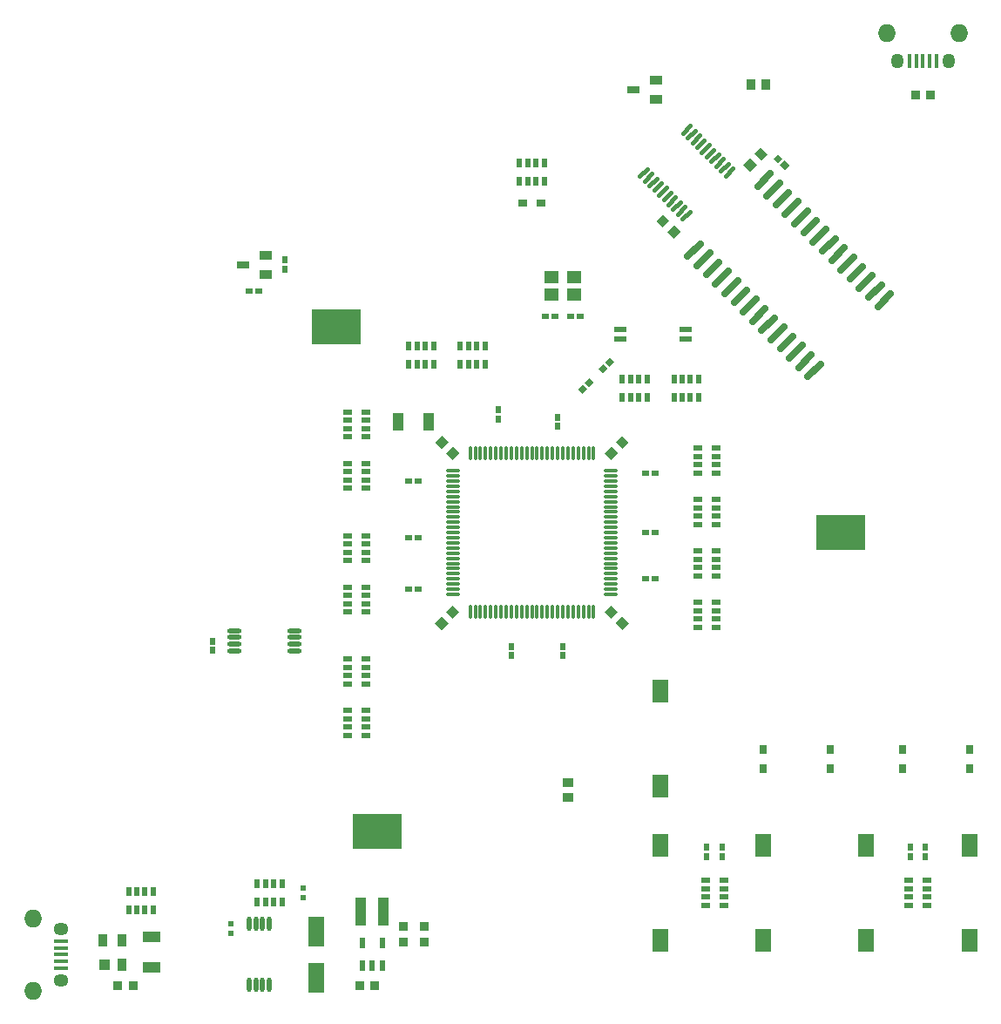
<source format=gtp>
G04 #@! TF.FileFunction,Paste,Top*
%FSLAX46Y46*%
G04 Gerber Fmt 4.6, Leading zero omitted, Abs format (unit mm)*
G04 Created by KiCad (PCBNEW (2016-03-18 BZR 6629, Git 60d93d0)-product) date Tue 22 Mar 2016 11:04:14 AM EDT*
%MOMM*%
G01*
G04 APERTURE LIST*
%ADD10C,0.100000*%
%ADD11R,0.550000X0.950000*%
%ADD12R,1.350000X0.400000*%
%ADD13O,1.750000X1.750000*%
%ADD14O,1.450000X1.250000*%
%ADD15R,0.400000X1.350000*%
%ADD16O,1.250000X1.450000*%
%ADD17O,0.450000X1.450000*%
%ADD18O,1.450000X0.450000*%
%ADD19R,1.100000X1.100000*%
%ADD20R,0.900000X1.150000*%
%ADD21R,0.900000X1.300000*%
%ADD22R,0.900000X0.950000*%
%ADD23R,1.600000X2.190000*%
%ADD24R,1.200000X0.600000*%
%ADD25C,0.450000*%
%ADD26O,1.500000X0.300000*%
%ADD27O,0.300000X1.500000*%
%ADD28C,0.650000*%
%ADD29R,0.600000X0.650000*%
%ADD30R,0.800100X0.899160*%
%ADD31R,1.400000X1.200000*%
%ADD32R,0.650000X0.600000*%
%ADD33R,1.300000X0.900000*%
%ADD34R,1.300000X0.800000*%
%ADD35R,0.600000X1.100000*%
%ADD36R,1.000000X2.700000*%
%ADD37R,0.950000X0.900000*%
%ADD38R,4.700000X3.430000*%
%ADD39R,0.899160X0.800100*%
%ADD40R,1.800000X1.050000*%
%ADD41R,1.050000X1.800000*%
%ADD42R,0.950000X0.550000*%
%ADD43R,1.600000X3.000000*%
%ADD44R,1.000000X0.850000*%
%ADD45R,0.850000X1.000000*%
%ADD46R,0.600000X0.600000*%
G04 APERTURE END LIST*
D10*
D11*
X10800000Y-86650000D03*
X11600000Y-86650000D03*
X12400000Y-86650000D03*
X13200000Y-86650000D03*
X13200000Y-84850000D03*
X12400000Y-84850000D03*
X11600000Y-84850000D03*
X10800000Y-84850000D03*
D12*
X4200000Y-89700000D03*
X4200000Y-90350000D03*
X4200000Y-91000000D03*
X4200000Y-91650000D03*
X4200000Y-92300000D03*
D13*
X1500000Y-87500000D03*
X1500000Y-94500000D03*
D14*
X4200000Y-88500000D03*
X4200000Y-93500000D03*
D15*
X89300000Y-4200000D03*
X88650000Y-4200000D03*
X88000000Y-4200000D03*
X87350000Y-4200000D03*
X86700000Y-4200000D03*
D13*
X91500000Y-1500000D03*
X84500000Y-1500000D03*
D16*
X90500000Y-4200000D03*
X85500000Y-4200000D03*
D17*
X24475000Y-88050000D03*
X23825000Y-88050000D03*
X23175000Y-88050000D03*
X22525000Y-88050000D03*
X22525000Y-93950000D03*
X23175000Y-93950000D03*
X23825000Y-93950000D03*
X24475000Y-93950000D03*
D18*
X26950000Y-61475000D03*
X26950000Y-60825000D03*
X26950000Y-60175000D03*
X26950000Y-59525000D03*
X21050000Y-59525000D03*
X21050000Y-60175000D03*
X21050000Y-60825000D03*
X21050000Y-61475000D03*
D19*
X8500000Y-91950000D03*
D20*
X10200000Y-91950000D03*
D21*
X10200000Y-89650000D03*
X8300000Y-89650000D03*
D22*
X33250000Y-94000000D03*
X34750000Y-94000000D03*
D23*
X62500000Y-80405000D03*
X62500000Y-89595000D03*
D24*
X58600000Y-31200000D03*
X58600000Y-30300000D03*
X64900000Y-31200000D03*
X64900000Y-30300000D03*
D25*
X69507805Y-14628769D02*
X68800699Y-15335875D01*
X69048186Y-14169150D02*
X68341080Y-14876256D01*
X68588567Y-13709531D02*
X67881461Y-14416637D01*
X68128947Y-13249911D02*
X67421841Y-13957017D01*
X67669328Y-12790292D02*
X66962222Y-13497398D01*
X67209708Y-12330672D02*
X66502602Y-13037778D01*
X66750089Y-11871053D02*
X66042983Y-12578159D01*
X66290469Y-11411433D02*
X65583363Y-12118539D01*
X65830850Y-10951814D02*
X65123744Y-11658920D01*
X65371231Y-10492195D02*
X64664125Y-11199301D01*
X61199301Y-14664125D02*
X60492195Y-15371231D01*
X61658920Y-15123744D02*
X60951814Y-15830850D01*
X62118539Y-15583363D02*
X61411433Y-16290469D01*
X62578159Y-16042983D02*
X61871053Y-16750089D01*
X63037778Y-16502602D02*
X62330672Y-17209708D01*
X63497398Y-16962222D02*
X62790292Y-17669328D01*
X63957017Y-17421841D02*
X63249911Y-18128947D01*
X64416637Y-17881461D02*
X63709531Y-18588567D01*
X64876256Y-18341080D02*
X64169150Y-19048186D01*
X65335875Y-18800699D02*
X64628769Y-19507805D01*
D10*
G36*
X64434404Y-20762652D02*
X63762652Y-21434404D01*
X63126256Y-20798008D01*
X63798008Y-20126256D01*
X64434404Y-20762652D01*
X64434404Y-20762652D01*
G37*
G36*
X63373744Y-19701992D02*
X62701992Y-20373744D01*
X62065596Y-19737348D01*
X62737348Y-19065596D01*
X63373744Y-19701992D01*
X63373744Y-19701992D01*
G37*
G36*
X72262652Y-12565596D02*
X72934404Y-13237348D01*
X72298008Y-13873744D01*
X71626256Y-13201992D01*
X72262652Y-12565596D01*
X72262652Y-12565596D01*
G37*
G36*
X71201992Y-13626256D02*
X71873744Y-14298008D01*
X71237348Y-14934404D01*
X70565596Y-14262652D01*
X71201992Y-13626256D01*
X71201992Y-13626256D01*
G37*
D26*
X42300000Y-44000000D03*
X42300000Y-44500000D03*
X42300000Y-45000000D03*
X42300000Y-45500000D03*
X42300000Y-46000000D03*
X42300000Y-46500000D03*
X42300000Y-47000000D03*
X42300000Y-47500000D03*
X42300000Y-48000000D03*
X42300000Y-48500000D03*
X42300000Y-49000000D03*
X42300000Y-49500000D03*
X42300000Y-50000000D03*
X42300000Y-50500000D03*
X42300000Y-51000000D03*
X42300000Y-51500000D03*
X42300000Y-52000000D03*
X42300000Y-52500000D03*
X42300000Y-53000000D03*
X42300000Y-53500000D03*
X42300000Y-54000000D03*
X42300000Y-54500000D03*
X42300000Y-55000000D03*
X42300000Y-55500000D03*
X42300000Y-56000000D03*
D27*
X44000000Y-57700000D03*
X44500000Y-57700000D03*
X45000000Y-57700000D03*
X45500000Y-57700000D03*
X46000000Y-57700000D03*
X46500000Y-57700000D03*
X47000000Y-57700000D03*
X47500000Y-57700000D03*
X48000000Y-57700000D03*
X48500000Y-57700000D03*
X49000000Y-57700000D03*
X49500000Y-57700000D03*
X50000000Y-57700000D03*
X50500000Y-57700000D03*
X51000000Y-57700000D03*
X51500000Y-57700000D03*
X52000000Y-57700000D03*
X52500000Y-57700000D03*
X53000000Y-57700000D03*
X53500000Y-57700000D03*
X54000000Y-57700000D03*
X54500000Y-57700000D03*
X55000000Y-57700000D03*
X55500000Y-57700000D03*
X56000000Y-57700000D03*
D26*
X57700000Y-56000000D03*
X57700000Y-55500000D03*
X57700000Y-55000000D03*
X57700000Y-54500000D03*
X57700000Y-54000000D03*
X57700000Y-53500000D03*
X57700000Y-53000000D03*
X57700000Y-52500000D03*
X57700000Y-52000000D03*
X57700000Y-51500000D03*
X57700000Y-51000000D03*
X57700000Y-50500000D03*
X57700000Y-50000000D03*
X57700000Y-49500000D03*
X57700000Y-49000000D03*
X57700000Y-48500000D03*
X57700000Y-48000000D03*
X57700000Y-47500000D03*
X57700000Y-47000000D03*
X57700000Y-46500000D03*
X57700000Y-46000000D03*
X57700000Y-45500000D03*
X57700000Y-45000000D03*
X57700000Y-44500000D03*
X57700000Y-44000000D03*
D27*
X56000000Y-42300000D03*
X55500000Y-42300000D03*
X55000000Y-42300000D03*
X54500000Y-42300000D03*
X54000000Y-42300000D03*
X53500000Y-42300000D03*
X53000000Y-42300000D03*
X52500000Y-42300000D03*
X52000000Y-42300000D03*
X51500000Y-42300000D03*
X51000000Y-42300000D03*
X50500000Y-42300000D03*
X50000000Y-42300000D03*
X49500000Y-42300000D03*
X49000000Y-42300000D03*
X48500000Y-42300000D03*
X48000000Y-42300000D03*
X47500000Y-42300000D03*
X47000000Y-42300000D03*
X46500000Y-42300000D03*
X46000000Y-42300000D03*
X45500000Y-42300000D03*
X45000000Y-42300000D03*
X44500000Y-42300000D03*
X44000000Y-42300000D03*
D28*
X65150003Y-23175664D02*
X66387439Y-21938228D01*
X66048029Y-24073690D02*
X67285465Y-22836254D01*
X66946054Y-24971715D02*
X68183490Y-23734279D01*
X67844080Y-25869741D02*
X69081516Y-24632305D01*
X68742105Y-26767767D02*
X69979541Y-25530331D01*
X69640131Y-27665792D02*
X70877567Y-26428356D01*
X70538157Y-28563818D02*
X71775593Y-27326382D01*
X71436182Y-29461843D02*
X72673618Y-28224407D01*
X72334208Y-30359869D02*
X73571644Y-29122433D01*
X73232233Y-31257895D02*
X74469669Y-30020459D01*
X74130259Y-32155920D02*
X75367695Y-30918484D01*
X75028285Y-33053946D02*
X76265721Y-31816510D01*
X75926310Y-33951971D02*
X77163746Y-32714535D01*
X76824336Y-34849997D02*
X78061772Y-33612561D01*
X83612561Y-28061772D02*
X84849997Y-26824336D01*
X82714535Y-27163746D02*
X83951971Y-25926310D01*
X81816510Y-26265721D02*
X83053946Y-25028285D01*
X80918484Y-25367695D02*
X82155920Y-24130259D01*
X80020459Y-24469669D02*
X81257895Y-23232233D01*
X79122433Y-23571644D02*
X80359869Y-22334208D01*
X78224407Y-22673618D02*
X79461843Y-21436182D01*
X77326382Y-21775593D02*
X78563818Y-20538157D01*
X76428356Y-20877567D02*
X77665792Y-19640131D01*
X75530331Y-19979541D02*
X76767767Y-18742105D01*
X74632305Y-19081516D02*
X75869741Y-17844080D01*
X73734279Y-18183490D02*
X74971715Y-16946054D01*
X72836254Y-17285465D02*
X74073690Y-16048029D01*
X71938228Y-16387439D02*
X73175664Y-15150003D01*
D29*
X67000000Y-81450000D03*
X67000000Y-80550000D03*
D23*
X62500000Y-65405000D03*
X62500000Y-74595000D03*
X92500000Y-80405000D03*
X92500000Y-89595000D03*
X82500000Y-80405000D03*
X82500000Y-89595000D03*
X72500000Y-80405000D03*
X72500000Y-89595000D03*
D29*
X68500000Y-81450000D03*
X68500000Y-80550000D03*
X86750000Y-81450000D03*
X86750000Y-80550000D03*
X88250000Y-81450000D03*
X88250000Y-80550000D03*
D30*
X92500000Y-72899160D03*
X92500000Y-71100840D03*
X86000000Y-72899160D03*
X86000000Y-71100840D03*
X79000000Y-72899160D03*
X79000000Y-71100840D03*
X72500000Y-72899160D03*
X72500000Y-71100840D03*
D31*
X51900000Y-26850000D03*
X54100000Y-26850000D03*
X54100000Y-25150000D03*
X51900000Y-25150000D03*
D32*
X54700000Y-29000000D03*
X53800000Y-29000000D03*
X51300000Y-29000000D03*
X52200000Y-29000000D03*
D33*
X62100000Y-7950000D03*
X62100000Y-6050000D03*
D34*
X59900000Y-7000000D03*
D35*
X33550000Y-92100000D03*
X35450000Y-92100000D03*
X34500000Y-92100000D03*
X35450000Y-89900000D03*
X33550000Y-89900000D03*
D36*
X35600000Y-86800000D03*
X33400000Y-86800000D03*
D37*
X37500000Y-88250000D03*
X37500000Y-89750000D03*
X39500000Y-88250000D03*
X39500000Y-89750000D03*
D33*
X24100000Y-24950000D03*
X24100000Y-23050000D03*
D34*
X21900000Y-24000000D03*
D32*
X23450000Y-26500000D03*
X22550000Y-26500000D03*
D29*
X26000000Y-23500000D03*
X26000000Y-24400000D03*
X52500000Y-39700000D03*
X52500000Y-38800000D03*
D32*
X61050000Y-44250000D03*
X61950000Y-44250000D03*
X61050000Y-54500000D03*
X61950000Y-54500000D03*
D29*
X53000000Y-61050000D03*
X53000000Y-61950000D03*
X48000000Y-61050000D03*
X48000000Y-61950000D03*
D32*
X38950000Y-55500000D03*
X38050000Y-55500000D03*
X38950000Y-50500000D03*
X38050000Y-50500000D03*
X61050000Y-50000000D03*
X61950000Y-50000000D03*
X38950000Y-45000000D03*
X38050000Y-45000000D03*
D29*
X46750000Y-38950000D03*
X46750000Y-38050000D03*
D10*
G36*
X57737348Y-42934404D02*
X57065596Y-42262652D01*
X57701992Y-41626256D01*
X58373744Y-42298008D01*
X57737348Y-42934404D01*
X57737348Y-42934404D01*
G37*
G36*
X58798008Y-41873744D02*
X58126256Y-41201992D01*
X58762652Y-40565596D01*
X59434404Y-41237348D01*
X58798008Y-41873744D01*
X58798008Y-41873744D01*
G37*
G36*
X57065596Y-57737348D02*
X57737348Y-57065596D01*
X58373744Y-57701992D01*
X57701992Y-58373744D01*
X57065596Y-57737348D01*
X57065596Y-57737348D01*
G37*
G36*
X58126256Y-58798008D02*
X58798008Y-58126256D01*
X59434404Y-58762652D01*
X58762652Y-59434404D01*
X58126256Y-58798008D01*
X58126256Y-58798008D01*
G37*
G36*
X42262652Y-57065596D02*
X42934404Y-57737348D01*
X42298008Y-58373744D01*
X41626256Y-57701992D01*
X42262652Y-57065596D01*
X42262652Y-57065596D01*
G37*
G36*
X41201992Y-58126256D02*
X41873744Y-58798008D01*
X41237348Y-59434404D01*
X40565596Y-58762652D01*
X41201992Y-58126256D01*
X41201992Y-58126256D01*
G37*
G36*
X42934404Y-42262652D02*
X42262652Y-42934404D01*
X41626256Y-42298008D01*
X42298008Y-41626256D01*
X42934404Y-42262652D01*
X42934404Y-42262652D01*
G37*
G36*
X41873744Y-41201992D02*
X41201992Y-41873744D01*
X40565596Y-41237348D01*
X41237348Y-40565596D01*
X41873744Y-41201992D01*
X41873744Y-41201992D01*
G37*
G36*
X73489860Y-13664124D02*
X73914124Y-13239860D01*
X74373744Y-13699480D01*
X73949480Y-14123744D01*
X73489860Y-13664124D01*
X73489860Y-13664124D01*
G37*
G36*
X74126256Y-14300520D02*
X74550520Y-13876256D01*
X75010140Y-14335876D01*
X74585876Y-14760140D01*
X74126256Y-14300520D01*
X74126256Y-14300520D01*
G37*
D38*
X31000000Y-30000000D03*
D39*
X50899160Y-18000000D03*
X49100840Y-18000000D03*
D10*
G36*
X54914124Y-36510140D02*
X54489860Y-36085876D01*
X54949480Y-35626256D01*
X55373744Y-36050520D01*
X54914124Y-36510140D01*
X54914124Y-36510140D01*
G37*
G36*
X55550520Y-35873744D02*
X55126256Y-35449480D01*
X55585876Y-34989860D01*
X56010140Y-35414124D01*
X55550520Y-35873744D01*
X55550520Y-35873744D01*
G37*
G36*
X57585876Y-32989860D02*
X58010140Y-33414124D01*
X57550520Y-33873744D01*
X57126256Y-33449480D01*
X57585876Y-32989860D01*
X57585876Y-32989860D01*
G37*
G36*
X56949480Y-33626256D02*
X57373744Y-34050520D01*
X56914124Y-34510140D01*
X56489860Y-34085876D01*
X56949480Y-33626256D01*
X56949480Y-33626256D01*
G37*
D40*
X13000000Y-89250000D03*
X13000000Y-92250000D03*
D41*
X37000000Y-39250000D03*
X40000000Y-39250000D03*
D11*
X45450000Y-31850000D03*
X44650000Y-31850000D03*
X43850000Y-31850000D03*
X43050000Y-31850000D03*
X43050000Y-33650000D03*
X43850000Y-33650000D03*
X44650000Y-33650000D03*
X45450000Y-33650000D03*
X40450000Y-31850000D03*
X39650000Y-31850000D03*
X38850000Y-31850000D03*
X38050000Y-31850000D03*
X38050000Y-33650000D03*
X38850000Y-33650000D03*
X39650000Y-33650000D03*
X40450000Y-33650000D03*
D42*
X32100000Y-43300000D03*
X32100000Y-44100000D03*
X32100000Y-44900000D03*
X32100000Y-45700000D03*
X33900000Y-45700000D03*
X33900000Y-44900000D03*
X33900000Y-44100000D03*
X33900000Y-43300000D03*
X32100000Y-38300000D03*
X32100000Y-39100000D03*
X32100000Y-39900000D03*
X32100000Y-40700000D03*
X33900000Y-40700000D03*
X33900000Y-39900000D03*
X33900000Y-39100000D03*
X33900000Y-38300000D03*
X32100000Y-50300000D03*
X32100000Y-51100000D03*
X32100000Y-51900000D03*
X32100000Y-52700000D03*
X33900000Y-52700000D03*
X33900000Y-51900000D03*
X33900000Y-51100000D03*
X33900000Y-50300000D03*
X32100000Y-55300000D03*
X32100000Y-56100000D03*
X32100000Y-56900000D03*
X32100000Y-57700000D03*
X33900000Y-57700000D03*
X33900000Y-56900000D03*
X33900000Y-56100000D03*
X33900000Y-55300000D03*
X32100000Y-67300000D03*
X32100000Y-68100000D03*
X32100000Y-68900000D03*
X32100000Y-69700000D03*
X33900000Y-69700000D03*
X33900000Y-68900000D03*
X33900000Y-68100000D03*
X33900000Y-67300000D03*
X32100000Y-62300000D03*
X32100000Y-63100000D03*
X32100000Y-63900000D03*
X32100000Y-64700000D03*
X33900000Y-64700000D03*
X33900000Y-63900000D03*
X33900000Y-63100000D03*
X33900000Y-62300000D03*
X67900000Y-49200000D03*
X67900000Y-48400000D03*
X67900000Y-47600000D03*
X67900000Y-46800000D03*
X66100000Y-46800000D03*
X66100000Y-47600000D03*
X66100000Y-48400000D03*
X66100000Y-49200000D03*
X67900000Y-44200000D03*
X67900000Y-43400000D03*
X67900000Y-42600000D03*
X67900000Y-41800000D03*
X66100000Y-41800000D03*
X66100000Y-42600000D03*
X66100000Y-43400000D03*
X66100000Y-44200000D03*
X67900000Y-54200000D03*
X67900000Y-53400000D03*
X67900000Y-52600000D03*
X67900000Y-51800000D03*
X66100000Y-51800000D03*
X66100000Y-52600000D03*
X66100000Y-53400000D03*
X66100000Y-54200000D03*
D11*
X61200000Y-35100000D03*
X60400000Y-35100000D03*
X59600000Y-35100000D03*
X58800000Y-35100000D03*
X58800000Y-36900000D03*
X59600000Y-36900000D03*
X60400000Y-36900000D03*
X61200000Y-36900000D03*
X66200000Y-35100000D03*
X65400000Y-35100000D03*
X64600000Y-35100000D03*
X63800000Y-35100000D03*
X63800000Y-36900000D03*
X64600000Y-36900000D03*
X65400000Y-36900000D03*
X66200000Y-36900000D03*
D42*
X67900000Y-59200000D03*
X67900000Y-58400000D03*
X67900000Y-57600000D03*
X67900000Y-56800000D03*
X66100000Y-56800000D03*
X66100000Y-57600000D03*
X66100000Y-58400000D03*
X66100000Y-59200000D03*
X68650000Y-86200000D03*
X68650000Y-85400000D03*
X68650000Y-84600000D03*
X68650000Y-83800000D03*
X66850000Y-83800000D03*
X66850000Y-84600000D03*
X66850000Y-85400000D03*
X66850000Y-86200000D03*
X88400000Y-86200000D03*
X88400000Y-85400000D03*
X88400000Y-84600000D03*
X88400000Y-83800000D03*
X86600000Y-83800000D03*
X86600000Y-84600000D03*
X86600000Y-85400000D03*
X86600000Y-86200000D03*
D11*
X48800000Y-15900000D03*
X49600000Y-15900000D03*
X50400000Y-15900000D03*
X51200000Y-15900000D03*
X51200000Y-14100000D03*
X50400000Y-14100000D03*
X49600000Y-14100000D03*
X48800000Y-14100000D03*
D29*
X19000000Y-61450000D03*
X19000000Y-60550000D03*
D43*
X29000000Y-93250000D03*
X29000000Y-88750000D03*
D22*
X9750000Y-94000000D03*
X11250000Y-94000000D03*
D44*
X53500000Y-74250000D03*
X53500000Y-75750000D03*
D45*
X71250000Y-6500000D03*
X72750000Y-6500000D03*
D38*
X80000000Y-50000000D03*
D46*
X20750000Y-88950000D03*
X20750000Y-88050000D03*
D11*
X25700000Y-84100000D03*
X24900000Y-84100000D03*
X24100000Y-84100000D03*
X23300000Y-84100000D03*
X23300000Y-85900000D03*
X24100000Y-85900000D03*
X24900000Y-85900000D03*
X25700000Y-85900000D03*
D46*
X27750000Y-85450000D03*
X27750000Y-84550000D03*
D22*
X87250000Y-7500000D03*
X88750000Y-7500000D03*
D38*
X35000000Y-79000000D03*
M02*

</source>
